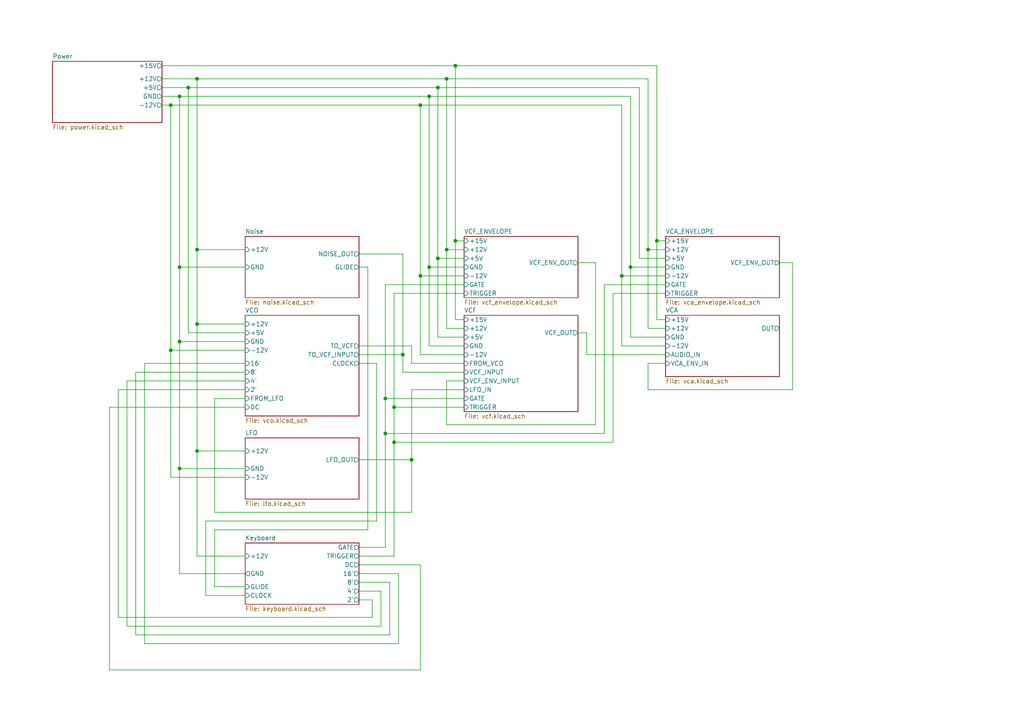
<source format=kicad_sch>
(kicad_sch
	(version 20250114)
	(generator "eeschema")
	(generator_version "9.0")
	(uuid "3c53febc-5769-4c45-8f8f-0aba2c04e944")
	(paper "A4")
	(lib_symbols)
	(junction
		(at 124.46 27.94)
		(diameter 0)
		(color 0 0 0 0)
		(uuid "0027238a-e3cf-49c3-9323-095274dfe435")
	)
	(junction
		(at 132.08 19.05)
		(diameter 0)
		(color 0 0 0 0)
		(uuid "0d8a93ef-425f-47ce-8bd7-f4ec2d3f8afa")
	)
	(junction
		(at 121.92 80.01)
		(diameter 0)
		(color 0 0 0 0)
		(uuid "12344843-41fb-40af-8798-25d80ea4b025")
	)
	(junction
		(at 127 25.4)
		(diameter 0)
		(color 0 0 0 0)
		(uuid "13ad9827-bc0e-4d02-81e1-c546aa6f9766")
	)
	(junction
		(at 127 74.93)
		(diameter 0)
		(color 0 0 0 0)
		(uuid "1cf3eb77-949e-498d-b177-0e17a206e418")
	)
	(junction
		(at 111.76 125.73)
		(diameter 0)
		(color 0 0 0 0)
		(uuid "1f0c136e-13f1-4700-ab1a-f02fedf7320f")
	)
	(junction
		(at 129.54 22.86)
		(diameter 0)
		(color 0 0 0 0)
		(uuid "20a97adc-2dc6-4152-a873-1587d443964d")
	)
	(junction
		(at 124.46 77.47)
		(diameter 0)
		(color 0 0 0 0)
		(uuid "26276ae0-cc0c-4d9e-9c7e-100ba1fa0fcf")
	)
	(junction
		(at 111.76 115.57)
		(diameter 0)
		(color 0 0 0 0)
		(uuid "3448594d-2137-4e5d-93ab-766d688d0145")
	)
	(junction
		(at 180.34 80.01)
		(diameter 0)
		(color 0 0 0 0)
		(uuid "3c5b07b2-111f-477b-a8df-e9be3583db39")
	)
	(junction
		(at 116.84 102.87)
		(diameter 0)
		(color 0 0 0 0)
		(uuid "48a80f0d-32e1-4ac0-a683-74cdfee49a2f")
	)
	(junction
		(at 54.61 25.4)
		(diameter 0)
		(color 0 0 0 0)
		(uuid "4eb1215f-c4cf-4e88-bbfc-c15b8270c210")
	)
	(junction
		(at 49.53 30.48)
		(diameter 0)
		(color 0 0 0 0)
		(uuid "577247fb-031f-4339-9efd-d9ce92bdc980")
	)
	(junction
		(at 49.53 101.6)
		(diameter 0)
		(color 0 0 0 0)
		(uuid "59c18ab1-9992-47b3-848b-1649d35afd8d")
	)
	(junction
		(at 52.07 135.89)
		(diameter 0)
		(color 0 0 0 0)
		(uuid "63fcb369-91e1-4680-bedc-54902b38a546")
	)
	(junction
		(at 57.15 72.39)
		(diameter 0)
		(color 0 0 0 0)
		(uuid "6d9117c0-395d-4531-a9c1-7b5e306bd064")
	)
	(junction
		(at 121.92 30.48)
		(diameter 0)
		(color 0 0 0 0)
		(uuid "6e6f450d-6ecb-4599-acb9-73351b396f00")
	)
	(junction
		(at 57.15 130.81)
		(diameter 0)
		(color 0 0 0 0)
		(uuid "74717c43-44a7-4772-acb6-047c34ce3a37")
	)
	(junction
		(at 114.3 118.11)
		(diameter 0)
		(color 0 0 0 0)
		(uuid "774dca99-b817-48c3-ac65-a2be3f178075")
	)
	(junction
		(at 187.96 72.39)
		(diameter 0)
		(color 0 0 0 0)
		(uuid "7980de5b-c2cf-4712-817e-6cf4922c070a")
	)
	(junction
		(at 52.07 99.06)
		(diameter 0)
		(color 0 0 0 0)
		(uuid "7cfdbe12-3872-4b42-a586-96550c14b574")
	)
	(junction
		(at 129.54 72.39)
		(diameter 0)
		(color 0 0 0 0)
		(uuid "87f26e1e-c2ad-4acf-80d9-2d4eb75fd04e")
	)
	(junction
		(at 52.07 77.47)
		(diameter 0)
		(color 0 0 0 0)
		(uuid "89972c6a-7c6d-464a-9d90-1d22147e0dea")
	)
	(junction
		(at 119.38 133.35)
		(diameter 0)
		(color 0 0 0 0)
		(uuid "92cdfe02-e41f-46f3-9548-cf67ede4b0fe")
	)
	(junction
		(at 132.08 69.85)
		(diameter 0)
		(color 0 0 0 0)
		(uuid "92f605c1-d284-4849-908f-bfe9771319ba")
	)
	(junction
		(at 57.15 93.98)
		(diameter 0)
		(color 0 0 0 0)
		(uuid "976fb869-3406-49f7-86af-162184d1407a")
	)
	(junction
		(at 52.07 27.94)
		(diameter 0)
		(color 0 0 0 0)
		(uuid "9aa64b6a-9255-41c7-bd03-9c496fca17a3")
	)
	(junction
		(at 190.5 69.85)
		(diameter 0)
		(color 0 0 0 0)
		(uuid "d947d6e2-ccd7-4b96-8804-22fb84d9eb8e")
	)
	(junction
		(at 57.15 22.86)
		(diameter 0)
		(color 0 0 0 0)
		(uuid "f0cc84e9-329f-4597-bbb0-949cf980c844")
	)
	(junction
		(at 114.3 128.27)
		(diameter 0)
		(color 0 0 0 0)
		(uuid "f29f6d5e-50f5-4526-a379-31df53003117")
	)
	(junction
		(at 182.88 77.47)
		(diameter 0)
		(color 0 0 0 0)
		(uuid "fbda36e3-265c-4822-ad9b-c93d2e967b7f")
	)
	(wire
		(pts
			(xy 57.15 22.86) (xy 57.15 72.39)
		)
		(stroke
			(width 0)
			(type default)
		)
		(uuid "029a2c40-1c9f-4c51-9532-e91ecb3e9719")
	)
	(wire
		(pts
			(xy 134.62 100.33) (xy 124.46 100.33)
		)
		(stroke
			(width 0)
			(type default)
		)
		(uuid "03012308-e8cf-4070-bb29-57dd853cb1e9")
	)
	(wire
		(pts
			(xy 185.42 74.93) (xy 185.42 25.4)
		)
		(stroke
			(width 0)
			(type default)
		)
		(uuid "04a3b2c8-fb40-4a3c-b1ad-92c3c3846cf1")
	)
	(wire
		(pts
			(xy 34.29 179.07) (xy 107.95 179.07)
		)
		(stroke
			(width 0)
			(type default)
		)
		(uuid "0540f921-e5d0-42a1-8ddf-ef86e9a8690a")
	)
	(wire
		(pts
			(xy 114.3 128.27) (xy 114.3 161.29)
		)
		(stroke
			(width 0)
			(type default)
		)
		(uuid "0707657f-32eb-4659-a909-fed4ce94be9c")
	)
	(wire
		(pts
			(xy 193.04 77.47) (xy 182.88 77.47)
		)
		(stroke
			(width 0)
			(type default)
		)
		(uuid "071cf79e-5c18-4b4b-b7f7-b2efaeea6cd7")
	)
	(wire
		(pts
			(xy 226.06 76.2) (xy 229.87 76.2)
		)
		(stroke
			(width 0)
			(type default)
		)
		(uuid "0863a91b-7ba2-4137-871f-d5ec86ee7227")
	)
	(wire
		(pts
			(xy 31.75 194.31) (xy 31.75 118.11)
		)
		(stroke
			(width 0)
			(type default)
		)
		(uuid "0c6b9ff1-702a-4f56-b940-5e8cb5c6c134")
	)
	(wire
		(pts
			(xy 132.08 92.71) (xy 132.08 69.85)
		)
		(stroke
			(width 0)
			(type default)
		)
		(uuid "0ef5c1a1-714c-4202-aa8c-230c930f260c")
	)
	(wire
		(pts
			(xy 132.08 19.05) (xy 46.99 19.05)
		)
		(stroke
			(width 0)
			(type default)
		)
		(uuid "0fbd1c19-9059-425a-ba4f-17a73d9bd736")
	)
	(wire
		(pts
			(xy 190.5 69.85) (xy 190.5 19.05)
		)
		(stroke
			(width 0)
			(type default)
		)
		(uuid "0fcb8972-96bd-4113-a80a-5a90a7499019")
	)
	(wire
		(pts
			(xy 119.38 105.41) (xy 119.38 100.33)
		)
		(stroke
			(width 0)
			(type default)
		)
		(uuid "11ef6dc6-267c-45f2-a6a6-8f7eed2625ae")
	)
	(wire
		(pts
			(xy 57.15 93.98) (xy 57.15 130.81)
		)
		(stroke
			(width 0)
			(type default)
		)
		(uuid "1640eff5-d338-4d82-821a-a47de02acacc")
	)
	(wire
		(pts
			(xy 190.5 19.05) (xy 132.08 19.05)
		)
		(stroke
			(width 0)
			(type default)
		)
		(uuid "174dd213-badd-4abc-90ca-451f8f9edca5")
	)
	(wire
		(pts
			(xy 134.62 102.87) (xy 121.92 102.87)
		)
		(stroke
			(width 0)
			(type default)
		)
		(uuid "18edc635-93b5-4781-81a3-1d7485c2d363")
	)
	(wire
		(pts
			(xy 115.57 166.37) (xy 115.57 186.69)
		)
		(stroke
			(width 0)
			(type default)
		)
		(uuid "1a8a2350-e323-4a0d-864f-b89e22bc2d72")
	)
	(wire
		(pts
			(xy 104.14 73.66) (xy 116.84 73.66)
		)
		(stroke
			(width 0)
			(type default)
		)
		(uuid "1bdc6958-954a-4193-b5c0-802f508c7de3")
	)
	(wire
		(pts
			(xy 113.03 184.15) (xy 113.03 168.91)
		)
		(stroke
			(width 0)
			(type default)
		)
		(uuid "1d653b03-4bd3-4b9d-89eb-0ad4b28d7cb9")
	)
	(wire
		(pts
			(xy 119.38 105.41) (xy 134.62 105.41)
		)
		(stroke
			(width 0)
			(type default)
		)
		(uuid "1dea60c2-205b-4839-aa84-c224d6bf3c5c")
	)
	(wire
		(pts
			(xy 52.07 27.94) (xy 52.07 77.47)
		)
		(stroke
			(width 0)
			(type default)
		)
		(uuid "2061ceb6-fdec-43fc-9be3-9983f41f7142")
	)
	(wire
		(pts
			(xy 170.18 96.52) (xy 170.18 102.87)
		)
		(stroke
			(width 0)
			(type default)
		)
		(uuid "2268efb8-dbbb-41c8-b11f-5c4f92389a9c")
	)
	(wire
		(pts
			(xy 62.23 148.59) (xy 119.38 148.59)
		)
		(stroke
			(width 0)
			(type default)
		)
		(uuid "24b18692-8c8a-4e1b-8e56-9b37bf6030cc")
	)
	(wire
		(pts
			(xy 182.88 97.79) (xy 182.88 77.47)
		)
		(stroke
			(width 0)
			(type default)
		)
		(uuid "2520717f-fac6-4063-8d21-1d36bf3c225e")
	)
	(wire
		(pts
			(xy 71.12 99.06) (xy 52.07 99.06)
		)
		(stroke
			(width 0)
			(type default)
		)
		(uuid "254642e7-ab40-452d-8358-8bc3c755afc7")
	)
	(wire
		(pts
			(xy 52.07 27.94) (xy 46.99 27.94)
		)
		(stroke
			(width 0)
			(type default)
		)
		(uuid "270d9ae6-0bca-43f3-9482-207446498512")
	)
	(wire
		(pts
			(xy 104.14 105.41) (xy 109.22 105.41)
		)
		(stroke
			(width 0)
			(type default)
		)
		(uuid "2d49a060-c7e9-4234-bfef-e70f0d331b31")
	)
	(wire
		(pts
			(xy 57.15 93.98) (xy 71.12 93.98)
		)
		(stroke
			(width 0)
			(type default)
		)
		(uuid "2e3c4c2c-f695-48af-8844-b2de94f0d2c1")
	)
	(wire
		(pts
			(xy 52.07 77.47) (xy 52.07 99.06)
		)
		(stroke
			(width 0)
			(type default)
		)
		(uuid "3029a9f7-8512-459a-8de1-fc809e942c38")
	)
	(wire
		(pts
			(xy 124.46 100.33) (xy 124.46 77.47)
		)
		(stroke
			(width 0)
			(type default)
		)
		(uuid "311fe7c9-8469-45b1-a721-7a29e0878842")
	)
	(wire
		(pts
			(xy 57.15 72.39) (xy 71.12 72.39)
		)
		(stroke
			(width 0)
			(type default)
		)
		(uuid "3197cb1d-7f34-4fc9-9b32-d68c42f92b8c")
	)
	(wire
		(pts
			(xy 121.92 194.31) (xy 31.75 194.31)
		)
		(stroke
			(width 0)
			(type default)
		)
		(uuid "34520348-7908-4d93-9aff-51dabac63b37")
	)
	(wire
		(pts
			(xy 167.64 76.2) (xy 172.72 76.2)
		)
		(stroke
			(width 0)
			(type default)
		)
		(uuid "38e4a8fd-bee7-4d53-8056-05b6ee8bc07f")
	)
	(wire
		(pts
			(xy 110.49 171.45) (xy 110.49 181.61)
		)
		(stroke
			(width 0)
			(type default)
		)
		(uuid "3d47a770-0122-4cdc-95cc-4d4590aab9b0")
	)
	(wire
		(pts
			(xy 134.62 72.39) (xy 129.54 72.39)
		)
		(stroke
			(width 0)
			(type default)
		)
		(uuid "3eedb32c-0107-44e9-9ded-ed6b0414bf53")
	)
	(wire
		(pts
			(xy 41.91 105.41) (xy 71.12 105.41)
		)
		(stroke
			(width 0)
			(type default)
		)
		(uuid "3f2fb304-4506-4157-ad83-968504736aab")
	)
	(wire
		(pts
			(xy 116.84 107.95) (xy 134.62 107.95)
		)
		(stroke
			(width 0)
			(type default)
		)
		(uuid "42e5c065-d473-4eba-9e90-d8d4a2d6b452")
	)
	(wire
		(pts
			(xy 134.62 115.57) (xy 111.76 115.57)
		)
		(stroke
			(width 0)
			(type default)
		)
		(uuid "43f4a72b-9e3a-45b9-933d-d2ad8c93f00f")
	)
	(wire
		(pts
			(xy 49.53 101.6) (xy 71.12 101.6)
		)
		(stroke
			(width 0)
			(type default)
		)
		(uuid "4455d33e-24cd-403f-8c3b-3d37e683938b")
	)
	(wire
		(pts
			(xy 34.29 113.03) (xy 34.29 179.07)
		)
		(stroke
			(width 0)
			(type default)
		)
		(uuid "44f51b42-b225-4c6f-b49e-43981757ded5")
	)
	(wire
		(pts
			(xy 59.69 151.13) (xy 59.69 172.72)
		)
		(stroke
			(width 0)
			(type default)
		)
		(uuid "45de1e44-8ed9-4220-bbb2-043da90fd96e")
	)
	(wire
		(pts
			(xy 177.8 85.09) (xy 177.8 128.27)
		)
		(stroke
			(width 0)
			(type default)
		)
		(uuid "4779686f-daef-44b6-8417-720f079d93b5")
	)
	(wire
		(pts
			(xy 104.14 171.45) (xy 110.49 171.45)
		)
		(stroke
			(width 0)
			(type default)
		)
		(uuid "492c1723-de3a-4d08-b275-549cc2036994")
	)
	(wire
		(pts
			(xy 116.84 107.95) (xy 116.84 102.87)
		)
		(stroke
			(width 0)
			(type default)
		)
		(uuid "4da714d4-f97c-477d-ab67-be727231ac7d")
	)
	(wire
		(pts
			(xy 36.83 181.61) (xy 36.83 110.49)
		)
		(stroke
			(width 0)
			(type default)
		)
		(uuid "4de0f374-4db3-4915-8755-665ac1359362")
	)
	(wire
		(pts
			(xy 104.14 102.87) (xy 116.84 102.87)
		)
		(stroke
			(width 0)
			(type default)
		)
		(uuid "4eeb5cc6-d5f6-41c8-97e1-6af58bde64b0")
	)
	(wire
		(pts
			(xy 134.62 69.85) (xy 132.08 69.85)
		)
		(stroke
			(width 0)
			(type default)
		)
		(uuid "516f3ea0-2935-4be4-896d-292d80b47c42")
	)
	(wire
		(pts
			(xy 57.15 72.39) (xy 57.15 93.98)
		)
		(stroke
			(width 0)
			(type default)
		)
		(uuid "5195a334-fffe-449c-9cd3-8cb74289e955")
	)
	(wire
		(pts
			(xy 193.04 100.33) (xy 180.34 100.33)
		)
		(stroke
			(width 0)
			(type default)
		)
		(uuid "52179f5d-b157-4f0d-bb21-eb2373302ecd")
	)
	(wire
		(pts
			(xy 187.96 72.39) (xy 187.96 22.86)
		)
		(stroke
			(width 0)
			(type default)
		)
		(uuid "539dac3f-ecfe-4da7-9ce2-6f3a11a1f03c")
	)
	(wire
		(pts
			(xy 119.38 113.03) (xy 119.38 133.35)
		)
		(stroke
			(width 0)
			(type default)
		)
		(uuid "5536356e-e6cb-4761-bf6c-b21db837d55e")
	)
	(wire
		(pts
			(xy 104.14 163.83) (xy 121.92 163.83)
		)
		(stroke
			(width 0)
			(type default)
		)
		(uuid "555b8651-3149-40f7-8923-82adb38fde4e")
	)
	(wire
		(pts
			(xy 111.76 125.73) (xy 175.26 125.73)
		)
		(stroke
			(width 0)
			(type default)
		)
		(uuid "5736dcff-4d32-43cc-9cbe-1852c087486d")
	)
	(wire
		(pts
			(xy 116.84 73.66) (xy 116.84 102.87)
		)
		(stroke
			(width 0)
			(type default)
		)
		(uuid "574dbbaf-47cc-49d0-acf6-d1afdd4ce668")
	)
	(wire
		(pts
			(xy 129.54 123.19) (xy 129.54 110.49)
		)
		(stroke
			(width 0)
			(type default)
		)
		(uuid "5833a2df-68e9-43eb-b34b-8949fc440dd7")
	)
	(wire
		(pts
			(xy 119.38 100.33) (xy 104.14 100.33)
		)
		(stroke
			(width 0)
			(type default)
		)
		(uuid "5b458dcd-f16d-45e3-a4ce-146c9e4b3aaa")
	)
	(wire
		(pts
			(xy 106.68 77.47) (xy 106.68 153.67)
		)
		(stroke
			(width 0)
			(type default)
		)
		(uuid "5bc76b4c-a30e-4d71-ae5e-eb8b35a29fb3")
	)
	(wire
		(pts
			(xy 134.62 92.71) (xy 132.08 92.71)
		)
		(stroke
			(width 0)
			(type default)
		)
		(uuid "5dc81470-24e1-4eed-8e2a-dea82098de39")
	)
	(wire
		(pts
			(xy 193.04 74.93) (xy 185.42 74.93)
		)
		(stroke
			(width 0)
			(type default)
		)
		(uuid "609a3d99-6c7c-49c5-8dca-3704f60e7bc5")
	)
	(wire
		(pts
			(xy 41.91 186.69) (xy 41.91 105.41)
		)
		(stroke
			(width 0)
			(type default)
		)
		(uuid "60f27d9f-371f-46d8-80c9-210248aa945a")
	)
	(wire
		(pts
			(xy 71.12 77.47) (xy 52.07 77.47)
		)
		(stroke
			(width 0)
			(type default)
		)
		(uuid "6458d268-f51e-4aa1-8073-da1ac0cef672")
	)
	(wire
		(pts
			(xy 111.76 158.75) (xy 111.76 125.73)
		)
		(stroke
			(width 0)
			(type default)
		)
		(uuid "68a47a7f-f178-46ae-849b-78087d73d24a")
	)
	(wire
		(pts
			(xy 193.04 97.79) (xy 182.88 97.79)
		)
		(stroke
			(width 0)
			(type default)
		)
		(uuid "68cd609f-bc7a-4d50-85fc-b8fb3a7e5d6f")
	)
	(wire
		(pts
			(xy 134.62 77.47) (xy 124.46 77.47)
		)
		(stroke
			(width 0)
			(type default)
		)
		(uuid "69429c8a-6b96-43f6-bce2-79d97c2b03f3")
	)
	(wire
		(pts
			(xy 134.62 80.01) (xy 121.92 80.01)
		)
		(stroke
			(width 0)
			(type default)
		)
		(uuid "6a0977e9-b977-478d-bca7-463a3d7b26cd")
	)
	(wire
		(pts
			(xy 134.62 74.93) (xy 127 74.93)
		)
		(stroke
			(width 0)
			(type default)
		)
		(uuid "6e2c6a16-63fe-4f23-b886-3d2e74bbcee7")
	)
	(wire
		(pts
			(xy 31.75 118.11) (xy 71.12 118.11)
		)
		(stroke
			(width 0)
			(type default)
		)
		(uuid "6f76b5aa-e5fa-41e1-b619-c8c83cd0f435")
	)
	(wire
		(pts
			(xy 49.53 101.6) (xy 49.53 138.43)
		)
		(stroke
			(width 0)
			(type default)
		)
		(uuid "6fd1da95-4e67-4b52-81c2-780c2d883702")
	)
	(wire
		(pts
			(xy 114.3 85.09) (xy 114.3 118.11)
		)
		(stroke
			(width 0)
			(type default)
		)
		(uuid "739c32eb-82ca-464f-bb40-686e5e78ef72")
	)
	(wire
		(pts
			(xy 172.72 123.19) (xy 129.54 123.19)
		)
		(stroke
			(width 0)
			(type default)
		)
		(uuid "77ab4f3b-b24c-4e1e-827e-e5e7b18d5d23")
	)
	(wire
		(pts
			(xy 107.95 173.99) (xy 104.14 173.99)
		)
		(stroke
			(width 0)
			(type default)
		)
		(uuid "782e10a6-d80f-4fa9-98ad-d7a8ddd0b2fc")
	)
	(wire
		(pts
			(xy 107.95 179.07) (xy 107.95 173.99)
		)
		(stroke
			(width 0)
			(type default)
		)
		(uuid "78be1fdf-4153-45e1-9bd5-b0b57b117a8a")
	)
	(wire
		(pts
			(xy 193.04 92.71) (xy 190.5 92.71)
		)
		(stroke
			(width 0)
			(type default)
		)
		(uuid "79d71500-5083-4957-a794-1e92fbea00c0")
	)
	(wire
		(pts
			(xy 193.04 80.01) (xy 180.34 80.01)
		)
		(stroke
			(width 0)
			(type default)
		)
		(uuid "7ff008b9-70bb-40e2-96da-7862a989e545")
	)
	(wire
		(pts
			(xy 62.23 170.18) (xy 62.23 153.67)
		)
		(stroke
			(width 0)
			(type default)
		)
		(uuid "810a86ef-c693-4323-b121-afdca70c4086")
	)
	(wire
		(pts
			(xy 39.37 107.95) (xy 39.37 184.15)
		)
		(stroke
			(width 0)
			(type default)
		)
		(uuid "83053f6f-0ff8-4445-8a9a-7d49cb4b8a1b")
	)
	(wire
		(pts
			(xy 71.12 113.03) (xy 34.29 113.03)
		)
		(stroke
			(width 0)
			(type default)
		)
		(uuid "840dd723-7218-4ce0-83af-91ea810ef1d7")
	)
	(wire
		(pts
			(xy 57.15 161.29) (xy 57.15 130.81)
		)
		(stroke
			(width 0)
			(type default)
		)
		(uuid "85d880d1-9fbc-45cd-b5f0-921957a07bfe")
	)
	(wire
		(pts
			(xy 39.37 184.15) (xy 113.03 184.15)
		)
		(stroke
			(width 0)
			(type default)
		)
		(uuid "86d2497a-64b8-4fad-8146-27eadc9ff370")
	)
	(wire
		(pts
			(xy 167.64 96.52) (xy 170.18 96.52)
		)
		(stroke
			(width 0)
			(type default)
		)
		(uuid "874de508-e96c-4298-9ac5-3daf306bc8c9")
	)
	(wire
		(pts
			(xy 71.12 166.37) (xy 52.07 166.37)
		)
		(stroke
			(width 0)
			(type default)
		)
		(uuid "8962bbe6-c09f-4671-af16-6011a900917b")
	)
	(wire
		(pts
			(xy 129.54 22.86) (xy 57.15 22.86)
		)
		(stroke
			(width 0)
			(type default)
		)
		(uuid "8d2c939d-421d-45b6-ae12-9ce4e0af548b")
	)
	(wire
		(pts
			(xy 104.14 158.75) (xy 111.76 158.75)
		)
		(stroke
			(width 0)
			(type default)
		)
		(uuid "8dd5f222-d08c-48cd-a7d1-8678cd861c76")
	)
	(wire
		(pts
			(xy 71.12 130.81) (xy 57.15 130.81)
		)
		(stroke
			(width 0)
			(type default)
		)
		(uuid "8e3752b2-87a9-437c-b070-5190c4d5b8bd")
	)
	(wire
		(pts
			(xy 114.3 118.11) (xy 114.3 128.27)
		)
		(stroke
			(width 0)
			(type default)
		)
		(uuid "8f19c1be-fea3-47f4-8b0c-170f9d03578a")
	)
	(wire
		(pts
			(xy 62.23 115.57) (xy 62.23 148.59)
		)
		(stroke
			(width 0)
			(type default)
		)
		(uuid "8fab30e9-4ff1-4bec-aa06-a173183b606e")
	)
	(wire
		(pts
			(xy 54.61 25.4) (xy 46.99 25.4)
		)
		(stroke
			(width 0)
			(type default)
		)
		(uuid "91934e6e-8892-4297-a4dc-644352932064")
	)
	(wire
		(pts
			(xy 104.14 133.35) (xy 119.38 133.35)
		)
		(stroke
			(width 0)
			(type default)
		)
		(uuid "944aa7e3-2737-493f-810c-d87e135d3d52")
	)
	(wire
		(pts
			(xy 54.61 96.52) (xy 54.61 25.4)
		)
		(stroke
			(width 0)
			(type default)
		)
		(uuid "94fd77f4-3c82-4099-8be1-759ed4c9ff89")
	)
	(wire
		(pts
			(xy 59.69 172.72) (xy 71.12 172.72)
		)
		(stroke
			(width 0)
			(type default)
		)
		(uuid "965c916a-b280-43bc-bc36-b241bc6d9cc6")
	)
	(wire
		(pts
			(xy 172.72 76.2) (xy 172.72 123.19)
		)
		(stroke
			(width 0)
			(type default)
		)
		(uuid "967a76bd-d676-4386-b9f3-5e1428d00239")
	)
	(wire
		(pts
			(xy 71.12 115.57) (xy 62.23 115.57)
		)
		(stroke
			(width 0)
			(type default)
		)
		(uuid "971edb10-9d6c-4b7d-8a41-903b0a491532")
	)
	(wire
		(pts
			(xy 193.04 82.55) (xy 175.26 82.55)
		)
		(stroke
			(width 0)
			(type default)
		)
		(uuid "98999407-5875-4279-8cde-7eb44b8c3111")
	)
	(wire
		(pts
			(xy 193.04 85.09) (xy 177.8 85.09)
		)
		(stroke
			(width 0)
			(type default)
		)
		(uuid "99a714b3-02cd-406a-a583-020ab9697714")
	)
	(wire
		(pts
			(xy 119.38 148.59) (xy 119.38 133.35)
		)
		(stroke
			(width 0)
			(type default)
		)
		(uuid "9acf21de-2b22-4904-a1ed-5f775a869574")
	)
	(wire
		(pts
			(xy 52.07 166.37) (xy 52.07 135.89)
		)
		(stroke
			(width 0)
			(type default)
		)
		(uuid "9b984838-8440-48d5-bfbe-e89b4f1b98f5")
	)
	(wire
		(pts
			(xy 132.08 69.85) (xy 132.08 19.05)
		)
		(stroke
			(width 0)
			(type default)
		)
		(uuid "9c22c819-fca5-4669-808e-48f473e393fc")
	)
	(wire
		(pts
			(xy 115.57 186.69) (xy 41.91 186.69)
		)
		(stroke
			(width 0)
			(type default)
		)
		(uuid "9c3a8fd9-e838-40f0-a370-e6d9c22c3b12")
	)
	(wire
		(pts
			(xy 71.12 161.29) (xy 57.15 161.29)
		)
		(stroke
			(width 0)
			(type default)
		)
		(uuid "9e0c7c28-42b2-4b34-ae74-5db8446d1894")
	)
	(wire
		(pts
			(xy 36.83 110.49) (xy 71.12 110.49)
		)
		(stroke
			(width 0)
			(type default)
		)
		(uuid "a0daac3c-9d22-4c02-8893-e49b5931b14f")
	)
	(wire
		(pts
			(xy 71.12 96.52) (xy 54.61 96.52)
		)
		(stroke
			(width 0)
			(type default)
		)
		(uuid "a205f5a1-5376-4754-b45c-982433475812")
	)
	(wire
		(pts
			(xy 121.92 163.83) (xy 121.92 194.31)
		)
		(stroke
			(width 0)
			(type default)
		)
		(uuid "a39b42c8-e1e8-4f6f-a1f0-77727c13ce3b")
	)
	(wire
		(pts
			(xy 129.54 110.49) (xy 134.62 110.49)
		)
		(stroke
			(width 0)
			(type default)
		)
		(uuid "a471bd6a-afde-48a0-bee9-9813e3a29447")
	)
	(wire
		(pts
			(xy 113.03 168.91) (xy 104.14 168.91)
		)
		(stroke
			(width 0)
			(type default)
		)
		(uuid "a5956a86-a948-4702-b2e5-9a81ffc7bcc8")
	)
	(wire
		(pts
			(xy 104.14 161.29) (xy 114.3 161.29)
		)
		(stroke
			(width 0)
			(type default)
		)
		(uuid "aaf7d0c7-1578-4949-a55e-01f3bd0ec6a9")
	)
	(wire
		(pts
			(xy 49.53 30.48) (xy 49.53 101.6)
		)
		(stroke
			(width 0)
			(type default)
		)
		(uuid "ae5d6787-b38f-478d-9a27-06400f90262a")
	)
	(wire
		(pts
			(xy 71.12 135.89) (xy 52.07 135.89)
		)
		(stroke
			(width 0)
			(type default)
		)
		(uuid "b1241443-8257-4a19-b692-7b929025334c")
	)
	(wire
		(pts
			(xy 193.04 95.25) (xy 187.96 95.25)
		)
		(stroke
			(width 0)
			(type default)
		)
		(uuid "b1a5f328-6c73-4b7e-984f-96a5462bb328")
	)
	(wire
		(pts
			(xy 114.3 85.09) (xy 134.62 85.09)
		)
		(stroke
			(width 0)
			(type default)
		)
		(uuid "b23a9c01-2082-4994-aab9-403e2cb349ce")
	)
	(wire
		(pts
			(xy 129.54 95.25) (xy 129.54 72.39)
		)
		(stroke
			(width 0)
			(type default)
		)
		(uuid "b2bd7027-34b5-463b-bdb9-ca5f23594f94")
	)
	(wire
		(pts
			(xy 187.96 95.25) (xy 187.96 72.39)
		)
		(stroke
			(width 0)
			(type default)
		)
		(uuid "b49eac1c-3ba8-4100-8b55-15384c9fddba")
	)
	(wire
		(pts
			(xy 49.53 30.48) (xy 46.99 30.48)
		)
		(stroke
			(width 0)
			(type default)
		)
		(uuid "b5c338d3-3141-4c41-9d4b-1d0711925663")
	)
	(wire
		(pts
			(xy 229.87 76.2) (xy 229.87 113.03)
		)
		(stroke
			(width 0)
			(type default)
		)
		(uuid "b86a151e-351d-4610-83e1-0c1ab542bcbe")
	)
	(wire
		(pts
			(xy 127 97.79) (xy 127 74.93)
		)
		(stroke
			(width 0)
			(type default)
		)
		(uuid "b8f7eb2e-486a-420b-ac87-4f40e1797919")
	)
	(wire
		(pts
			(xy 109.22 151.13) (xy 59.69 151.13)
		)
		(stroke
			(width 0)
			(type default)
		)
		(uuid "b9bb97e1-f4d0-429c-b2d6-98b3c2aec12e")
	)
	(wire
		(pts
			(xy 229.87 113.03) (xy 187.96 113.03)
		)
		(stroke
			(width 0)
			(type default)
		)
		(uuid "b9c747f9-f836-4a6e-98c6-debf936c376a")
	)
	(wire
		(pts
			(xy 127 25.4) (xy 54.61 25.4)
		)
		(stroke
			(width 0)
			(type default)
		)
		(uuid "ba73ab6b-42fe-4f92-97ec-d899dc26aec9")
	)
	(wire
		(pts
			(xy 110.49 181.61) (xy 36.83 181.61)
		)
		(stroke
			(width 0)
			(type default)
		)
		(uuid "bb24d72b-a904-4a18-a4ad-7012dc487865")
	)
	(wire
		(pts
			(xy 185.42 25.4) (xy 127 25.4)
		)
		(stroke
			(width 0)
			(type default)
		)
		(uuid "bb623af7-baca-4d22-8bce-ceb78cd0cb3a")
	)
	(wire
		(pts
			(xy 175.26 82.55) (xy 175.26 125.73)
		)
		(stroke
			(width 0)
			(type default)
		)
		(uuid "bc39baba-0b81-42e4-b758-f625ec465bfc")
	)
	(wire
		(pts
			(xy 104.14 166.37) (xy 115.57 166.37)
		)
		(stroke
			(width 0)
			(type default)
		)
		(uuid "be6022f2-28e6-425e-905e-02557c1beaf3")
	)
	(wire
		(pts
			(xy 177.8 128.27) (xy 114.3 128.27)
		)
		(stroke
			(width 0)
			(type default)
		)
		(uuid "c0c6392c-f104-4e80-90d1-892673dc2fbc")
	)
	(wire
		(pts
			(xy 134.62 118.11) (xy 114.3 118.11)
		)
		(stroke
			(width 0)
			(type default)
		)
		(uuid "c0f05ab8-be8f-4f46-8568-c01ee899d1cf")
	)
	(wire
		(pts
			(xy 71.12 107.95) (xy 39.37 107.95)
		)
		(stroke
			(width 0)
			(type default)
		)
		(uuid "c25bf38e-0b34-4791-95ce-004845930391")
	)
	(wire
		(pts
			(xy 129.54 72.39) (xy 129.54 22.86)
		)
		(stroke
			(width 0)
			(type default)
		)
		(uuid "c352472b-c037-46fe-80f1-b0bace7a181b")
	)
	(wire
		(pts
			(xy 187.96 113.03) (xy 187.96 105.41)
		)
		(stroke
			(width 0)
			(type default)
		)
		(uuid "c56ef523-221a-4bc6-ba45-c8bc5870fd73")
	)
	(wire
		(pts
			(xy 121.92 102.87) (xy 121.92 80.01)
		)
		(stroke
			(width 0)
			(type default)
		)
		(uuid "c5c682f0-558e-4c41-b1fb-739ed905003f")
	)
	(wire
		(pts
			(xy 121.92 80.01) (xy 121.92 30.48)
		)
		(stroke
			(width 0)
			(type default)
		)
		(uuid "c6b901ea-97b6-4d66-b1ff-ec8cf6fa0be0")
	)
	(wire
		(pts
			(xy 187.96 22.86) (xy 129.54 22.86)
		)
		(stroke
			(width 0)
			(type default)
		)
		(uuid "c7b49673-a4cf-4436-b419-d8982162938d")
	)
	(wire
		(pts
			(xy 187.96 105.41) (xy 193.04 105.41)
		)
		(stroke
			(width 0)
			(type default)
		)
		(uuid "c84b3705-6188-410b-92dd-3097700f58ba")
	)
	(wire
		(pts
			(xy 111.76 115.57) (xy 111.76 125.73)
		)
		(stroke
			(width 0)
			(type default)
		)
		(uuid "c95c1d15-d88a-454b-a776-03439fd9bd81")
	)
	(wire
		(pts
			(xy 182.88 27.94) (xy 124.46 27.94)
		)
		(stroke
			(width 0)
			(type default)
		)
		(uuid "c9628a62-cdf9-40e5-b0a9-11e849832b5c")
	)
	(wire
		(pts
			(xy 124.46 27.94) (xy 124.46 77.47)
		)
		(stroke
			(width 0)
			(type default)
		)
		(uuid "c9d9969f-3654-46f8-97a5-65f22745976a")
	)
	(wire
		(pts
			(xy 180.34 30.48) (xy 121.92 30.48)
		)
		(stroke
			(width 0)
			(type default)
		)
		(uuid "c9dd1848-74a7-4896-b69b-8a29eb70c76e")
	)
	(wire
		(pts
			(xy 127 74.93) (xy 127 25.4)
		)
		(stroke
			(width 0)
			(type default)
		)
		(uuid "ca775482-fa13-4f77-b210-8b69c06ff3b5")
	)
	(wire
		(pts
			(xy 111.76 82.55) (xy 111.76 115.57)
		)
		(stroke
			(width 0)
			(type default)
		)
		(uuid "cdf8fa19-a82f-4eb9-ace6-52e19a37a5e3")
	)
	(wire
		(pts
			(xy 109.22 105.41) (xy 109.22 151.13)
		)
		(stroke
			(width 0)
			(type default)
		)
		(uuid "d3d57614-59ec-447c-9a0e-1f71809cae5b")
	)
	(wire
		(pts
			(xy 134.62 113.03) (xy 119.38 113.03)
		)
		(stroke
			(width 0)
			(type default)
		)
		(uuid "d507ae12-6a17-4ee3-b446-5b925f71b63f")
	)
	(wire
		(pts
			(xy 170.18 102.87) (xy 193.04 102.87)
		)
		(stroke
			(width 0)
			(type default)
		)
		(uuid "d80b8a3d-cf69-4ab8-89a8-19f0850cb797")
	)
	(wire
		(pts
			(xy 71.12 170.18) (xy 62.23 170.18)
		)
		(stroke
			(width 0)
			(type default)
		)
		(uuid "d8ae03ef-845a-4f8c-ac07-28c5079537da")
	)
	(wire
		(pts
			(xy 62.23 153.67) (xy 106.68 153.67)
		)
		(stroke
			(width 0)
			(type default)
		)
		(uuid "dc08d2ac-d26b-4131-8231-afa7b1f48f48")
	)
	(wire
		(pts
			(xy 190.5 92.71) (xy 190.5 69.85)
		)
		(stroke
			(width 0)
			(type default)
		)
		(uuid "dddf44ff-5b15-43d3-b8a1-5e592b2fa7d8")
	)
	(wire
		(pts
			(xy 52.07 99.06) (xy 52.07 135.89)
		)
		(stroke
			(width 0)
			(type default)
		)
		(uuid "e18e9fe3-1f33-4533-9c18-a8ebf6e69cf2")
	)
	(wire
		(pts
			(xy 193.04 69.85) (xy 190.5 69.85)
		)
		(stroke
			(width 0)
			(type default)
		)
		(uuid "e2cb68bf-c25d-4398-830a-b491ca84ef91")
	)
	(wire
		(pts
			(xy 106.68 77.47) (xy 104.14 77.47)
		)
		(stroke
			(width 0)
			(type default)
		)
		(uuid "ee6bced0-f357-4f69-86a9-3d8e990b8ffc")
	)
	(wire
		(pts
			(xy 134.62 97.79) (xy 127 97.79)
		)
		(stroke
			(width 0)
			(type default)
		)
		(uuid "efdca37c-cf93-4e40-a03b-daf5a7156488")
	)
	(wire
		(pts
			(xy 121.92 30.48) (xy 49.53 30.48)
		)
		(stroke
			(width 0)
			(type default)
		)
		(uuid "f00ad96c-7de7-4539-99f8-c535e91a3f10")
	)
	(wire
		(pts
			(xy 111.76 82.55) (xy 134.62 82.55)
		)
		(stroke
			(width 0)
			(type default)
		)
		(uuid "f088dd9c-dd08-4411-a073-69ff34dc7bef")
	)
	(wire
		(pts
			(xy 71.12 138.43) (xy 49.53 138.43)
		)
		(stroke
			(width 0)
			(type default)
		)
		(uuid "f23485d3-dfb1-4fd5-a8b2-397e8f9ff883")
	)
	(wire
		(pts
			(xy 180.34 80.01) (xy 180.34 30.48)
		)
		(stroke
			(width 0)
			(type default)
		)
		(uuid "f5139d0b-3c29-43cb-8118-a2571468a4ed")
	)
	(wire
		(pts
			(xy 193.04 72.39) (xy 187.96 72.39)
		)
		(stroke
			(width 0)
			(type default)
		)
		(uuid "f5883f8e-b0cb-48f7-89ec-161486466b13")
	)
	(wire
		(pts
			(xy 57.15 22.86) (xy 46.99 22.86)
		)
		(stroke
			(width 0)
			(type default)
		)
		(uuid "f8f859f8-c766-4b85-a5fe-6b677f5e3143")
	)
	(wire
		(pts
			(xy 124.46 27.94) (xy 52.07 27.94)
		)
		(stroke
			(width 0)
			(type default)
		)
		(uuid "f94af7da-d357-4413-a5b1-2ff783009328")
	)
	(wire
		(pts
			(xy 180.34 100.33) (xy 180.34 80.01)
		)
		(stroke
			(width 0)
			(type default)
		)
		(uuid "f9cc1f18-f67a-42b6-9828-c2ff8841df40")
	)
	(wire
		(pts
			(xy 134.62 95.25) (xy 129.54 95.25)
		)
		(stroke
			(width 0)
			(type default)
		)
		(uuid "fd650795-99ea-4cf0-88ea-39e5405baa4a")
	)
	(wire
		(pts
			(xy 182.88 77.47) (xy 182.88 27.94)
		)
		(stroke
			(width 0)
			(type default)
		)
		(uuid "ffa8a783-f1fa-4dee-94bd-8bdb4ed6c6cb")
	)
	(sheet
		(at 134.62 68.58)
		(size 33.02 17.78)
		(exclude_from_sim no)
		(in_bom yes)
		(on_board yes)
		(dnp no)
		(fields_autoplaced yes)
		(stroke
			(width 0.1524)
			(type solid)
		)
		(fill
			(color 0 0 0 0.0000)
		)
		(uuid "0274eb93-a765-4aec-bd65-1454f6ff4ea9")
		(property "Sheetname" "VCF_ENVELOPE"
			(at 134.62 67.8684 0)
			(effects
				(font
					(size 1.27 1.27)
				)
				(justify left bottom)
			)
		)
		(property "Sheetfile" "vcf_envelope.kicad_sch"
			(at 134.62 86.9446 0)
			(effects
				(font
					(size 1.27 1.27)
				)
				(justify left top)
			)
		)
		(pin "+5V" input
			(at 134.62 74.93 180)
			(uuid "e20fadea-e4d2-4faf-bf2c-0e66beefc837")
			(effects
				(font
					(size 1.27 1.27)
				)
				(justify left)
			)
		)
		(pin "+12V" input
			(at 134.62 72.39 180)
			(uuid "c7db674c-6f51-4583-92b0-875eb60e25bf")
			(effects
				(font
					(size 1.27 1.27)
				)
				(justify left)
			)
		)
		(pin "+15V" input
			(at 134.62 69.85 180)
			(uuid "07b29988-1818-460e-b28e-1009fa4cffbd")
			(effects
				(font
					(size 1.27 1.27)
				)
				(justify left)
			)
		)
		(pin "-12V" input
			(at 134.62 80.01 180)
			(uuid "a9f13fa8-70c1-4ab8-8971-1638dadd01b5")
			(effects
				(font
					(size 1.27 1.27)
				)
				(justify left)
			)
		)
		(pin "GATE" input
			(at 134.62 82.55 180)
			(uuid "8a46c180-ae18-43af-885f-f9cd377f8454")
			(effects
				(font
					(size 1.27 1.27)
				)
				(justify left)
			)
		)
		(pin "GND" input
			(at 134.62 77.47 180)
			(uuid "02872eb8-a33a-4006-9e7a-ac373033b466")
			(effects
				(font
					(size 1.27 1.27)
				)
				(justify left)
			)
		)
		(pin "TRIGGER" input
			(at 134.62 85.09 180)
			(uuid "2e1b1e14-5427-469e-9747-a5641b2cc9d1")
			(effects
				(font
					(size 1.27 1.27)
				)
				(justify left)
			)
		)
		(pin "VCF_ENV_OUT" output
			(at 167.64 76.2 0)
			(uuid "e23f40d4-45d0-4f7a-ba40-71baf3ac0540")
			(effects
				(font
					(size 1.27 1.27)
				)
				(justify right)
			)
		)
		(instances
			(project "jensx1000"
				(path "/3c53febc-5769-4c45-8f8f-0aba2c04e944"
					(page "8")
				)
			)
		)
	)
	(sheet
		(at 71.12 91.44)
		(size 33.02 29.21)
		(exclude_from_sim no)
		(in_bom yes)
		(on_board yes)
		(dnp no)
		(fields_autoplaced yes)
		(stroke
			(width 0.1524)
			(type solid)
		)
		(fill
			(color 0 0 0 0.0000)
		)
		(uuid "1344f66f-6407-4646-8bea-5b0b6513c6de")
		(property "Sheetname" "VCO"
			(at 71.12 90.7284 0)
			(effects
				(font
					(size 1.27 1.27)
				)
				(justify left bottom)
			)
		)
		(property "Sheetfile" "vco.kicad_sch"
			(at 71.12 121.2346 0)
			(effects
				(font
					(size 1.27 1.27)
				)
				(justify left top)
			)
		)
		(pin "+5V" input
			(at 71.12 96.52 180)
			(uuid "6f32dbae-a233-4d7d-bc9e-293761ade55f")
			(effects
				(font
					(size 1.27 1.27)
				)
				(justify left)
			)
		)
		(pin "+12V" input
			(at 71.12 93.98 180)
			(uuid "0f71abc9-e0e4-4e65-9c6c-48330e34908f")
			(effects
				(font
					(size 1.27 1.27)
				)
				(justify left)
			)
		)
		(pin "-12V" input
			(at 71.12 101.6 180)
			(uuid "1a68f5cc-3cfb-4ef3-8f74-4348b739dd05")
			(effects
				(font
					(size 1.27 1.27)
				)
				(justify left)
			)
		)
		(pin "FROM_LFO" input
			(at 71.12 115.57 180)
			(uuid "f1f767cf-809a-4fde-aea5-dc20dd7b49e8")
			(effects
				(font
					(size 1.27 1.27)
				)
				(justify left)
			)
		)
		(pin "GND" input
			(at 71.12 99.06 180)
			(uuid "bca2beee-52be-43b1-9538-553b0ece786a")
			(effects
				(font
					(size 1.27 1.27)
				)
				(justify left)
			)
		)
		(pin "TO_VCF" output
			(at 104.14 100.33 0)
			(uuid "ea3c3fbc-3f07-4d20-ba9f-3dee0a03091f")
			(effects
				(font
					(size 1.27 1.27)
				)
				(justify right)
			)
		)
		(pin "TO_VCF_INPUT" output
			(at 104.14 102.87 0)
			(uuid "5a21403a-4cd4-4fab-a2be-a80e43df0669")
			(effects
				(font
					(size 1.27 1.27)
				)
				(justify right)
			)
		)
		(pin "2'" input
			(at 71.12 113.03 180)
			(uuid "ff2a677b-f85f-4b60-930c-f9882c86c234")
			(effects
				(font
					(size 1.27 1.27)
				)
				(justify left)
			)
		)
		(pin "4'" input
			(at 71.12 110.49 180)
			(uuid "a65e2340-e46b-49fd-9c3e-f5ac9ffe35bc")
			(effects
				(font
					(size 1.27 1.27)
				)
				(justify left)
			)
		)
		(pin "8'" input
			(at 71.12 107.95 180)
			(uuid "cbfe5329-9a94-480a-a905-5c1cf35a4a75")
			(effects
				(font
					(size 1.27 1.27)
				)
				(justify left)
			)
		)
		(pin "16'" input
			(at 71.12 105.41 180)
			(uuid "6ca5a0be-9fea-4c0f-b16c-b63a231ed367")
			(effects
				(font
					(size 1.27 1.27)
				)
				(justify left)
			)
		)
		(pin "CLOCK" output
			(at 104.14 105.41 0)
			(uuid "4850cfdc-605a-4d55-b684-37ef6c1019cb")
			(effects
				(font
					(size 1.27 1.27)
				)
				(justify right)
			)
		)
		(pin "DC" input
			(at 71.12 118.11 180)
			(uuid "5b89925f-ba81-4c05-9563-c1fee9c0c5f2")
			(effects
				(font
					(size 1.27 1.27)
				)
				(justify left)
			)
		)
		(instances
			(project "jensx1000"
				(path "/3c53febc-5769-4c45-8f8f-0aba2c04e944"
					(page "9")
				)
			)
		)
	)
	(sheet
		(at 71.12 68.58)
		(size 33.02 17.78)
		(exclude_from_sim no)
		(in_bom yes)
		(on_board yes)
		(dnp no)
		(fields_autoplaced yes)
		(stroke
			(width 0.1524)
			(type solid)
		)
		(fill
			(color 0 0 0 0.0000)
		)
		(uuid "23ff179f-f3ca-4876-91dc-9a0adb7dbeaf")
		(property "Sheetname" "Noise"
			(at 71.12 67.8684 0)
			(effects
				(font
					(size 1.27 1.27)
				)
				(justify left bottom)
			)
		)
		(property "Sheetfile" "noise.kicad_sch"
			(at 71.12 86.9446 0)
			(effects
				(font
					(size 1.27 1.27)
				)
				(justify left top)
			)
		)
		(pin "+12V" input
			(at 71.12 72.39 180)
			(uuid "dd74839c-62d7-4d46-9dc7-747de7bc33c8")
			(effects
				(font
					(size 1.27 1.27)
				)
				(justify left)
			)
		)
		(pin "GND" input
			(at 71.12 77.47 180)
			(uuid "8482f3d1-cd26-4c47-b4c9-90a5b432ce27")
			(effects
				(font
					(size 1.27 1.27)
				)
				(justify left)
			)
		)
		(pin "NOISE_OUT" output
			(at 104.14 73.66 0)
			(uuid "a5c4f5b6-2f55-477d-b31a-fc4894ef12f8")
			(effects
				(font
					(size 1.27 1.27)
				)
				(justify right)
			)
		)
		(pin "GLIDE" output
			(at 104.14 77.47 0)
			(uuid "95b8471f-c22f-494e-9f0d-3978d9ed9004")
			(effects
				(font
					(size 1.27 1.27)
				)
				(justify right)
			)
		)
		(instances
			(project "jensx1000"
				(path "/3c53febc-5769-4c45-8f8f-0aba2c04e944"
					(page "4")
				)
			)
		)
	)
	(sheet
		(at 71.12 157.48)
		(size 33.02 17.78)
		(exclude_from_sim no)
		(in_bom yes)
		(on_board yes)
		(dnp no)
		(fields_autoplaced yes)
		(stroke
			(width 0.1524)
			(type solid)
		)
		(fill
			(color 0 0 0 0.0000)
		)
		(uuid "53fd3068-c5f7-4c98-83e9-40af01ac41f9")
		(property "Sheetname" "Keyboard"
			(at 71.12 156.7684 0)
			(effects
				(font
					(size 1.27 1.27)
				)
				(justify left bottom)
			)
		)
		(property "Sheetfile" "keyboard.kicad_sch"
			(at 71.12 175.8446 0)
			(effects
				(font
					(size 1.27 1.27)
				)
				(justify left top)
			)
		)
		(pin "+12V" input
			(at 71.12 161.29 180)
			(uuid "1abd817f-fd76-4e2c-9202-8f91aa2fd365")
			(effects
				(font
					(size 1.27 1.27)
				)
				(justify left)
			)
		)
		(pin "2'" output
			(at 104.14 173.99 0)
			(uuid "0c4e71ff-25ac-411e-8508-120a7ce066aa")
			(effects
				(font
					(size 1.27 1.27)
				)
				(justify right)
			)
		)
		(pin "4'" output
			(at 104.14 171.45 0)
			(uuid "f63fbd47-43a9-407b-8e42-1eb2147e1880")
			(effects
				(font
					(size 1.27 1.27)
				)
				(justify right)
			)
		)
		(pin "8'" output
			(at 104.14 168.91 0)
			(uuid "7434195b-6ea5-48fb-9e58-a79160f7bdba")
			(effects
				(font
					(size 1.27 1.27)
				)
				(justify right)
			)
		)
		(pin "16'" output
			(at 104.14 166.37 0)
			(uuid "eec4883d-3966-4d55-a57d-a28e81b0168f")
			(effects
				(font
					(size 1.27 1.27)
				)
				(justify right)
			)
		)
		(pin "CLOCK" input
			(at 71.12 172.72 180)
			(uuid "9a1da1e8-6456-44b4-839c-c0d6888b89e0")
			(effects
				(font
					(size 1.27 1.27)
				)
				(justify left)
			)
		)
		(pin "DC" output
			(at 104.14 163.83 0)
			(uuid "217b31fc-a7b2-4eba-8767-12b8b3787611")
			(effects
				(font
					(size 1.27 1.27)
				)
				(justify right)
			)
		)
		(pin "GATE" output
			(at 104.14 158.75 0)
			(uuid "fbcfaa24-28bf-46e6-a038-5f45548c36da")
			(effects
				(font
					(size 1.27 1.27)
				)
				(justify right)
			)
		)
		(pin "GLIDE" input
			(at 71.12 170.18 180)
			(uuid "a00f3794-4d55-487e-a7c5-b9dc7b4f57f4")
			(effects
				(font
					(size 1.27 1.27)
				)
				(justify left)
			)
		)
		(pin "GND" output
			(at 71.12 166.37 180)
			(uuid "07775ff5-a7f8-4310-b883-e008bb6271ff")
			(effects
				(font
					(size 1.27 1.27)
				)
				(justify left)
			)
		)
		(pin "TRIGGER" output
			(at 104.14 161.29 0)
			(uuid "ed24f001-65a2-450a-a717-9984eaefd3da")
			(effects
				(font
					(size 1.27 1.27)
				)
				(justify right)
			)
		)
		(instances
			(project "jensx1000"
				(path "/3c53febc-5769-4c45-8f8f-0aba2c04e944"
					(page "10")
				)
			)
		)
	)
	(sheet
		(at 193.04 91.44)
		(size 33.02 17.78)
		(exclude_from_sim no)
		(in_bom yes)
		(on_board yes)
		(dnp no)
		(fields_autoplaced yes)
		(stroke
			(width 0.1524)
			(type solid)
		)
		(fill
			(color 0 0 0 0.0000)
		)
		(uuid "75668585-e3c2-431b-bb9e-906e88891a90")
		(property "Sheetname" "VCA"
			(at 193.04 90.7284 0)
			(effects
				(font
					(size 1.27 1.27)
				)
				(justify left bottom)
			)
		)
		(property "Sheetfile" "vca.kicad_sch"
			(at 193.04 109.8046 0)
			(effects
				(font
					(size 1.27 1.27)
				)
				(justify left top)
			)
		)
		(pin "+12V" input
			(at 193.04 95.25 180)
			(uuid "b3d905d1-cbbe-46de-93bc-5d4019c5899e")
			(effects
				(font
					(size 1.27 1.27)
				)
				(justify left)
			)
		)
		(pin "-12V" input
			(at 193.04 100.33 180)
			(uuid "5e22e6f1-6008-42ac-aa6a-d558e786bbce")
			(effects
				(font
					(size 1.27 1.27)
				)
				(justify left)
			)
		)
		(pin "AUDIO_IN" input
			(at 193.04 102.87 180)
			(uuid "14e7ebf3-b0ef-4e75-bf74-fb9f93fec414")
			(effects
				(font
					(size 1.27 1.27)
				)
				(justify left)
			)
		)
		(pin "GND" input
			(at 193.04 97.79 180)
			(uuid "b4f9f217-9aef-46d5-bcb2-981080080d4d")
			(effects
				(font
					(size 1.27 1.27)
				)
				(justify left)
			)
		)
		(pin "OUT" output
			(at 226.06 95.25 0)
			(uuid "28685da8-b604-4f83-afa1-f7afb1df58e7")
			(effects
				(font
					(size 1.27 1.27)
				)
				(justify right)
			)
		)
		(pin "VCA_ENV_IN" input
			(at 193.04 105.41 180)
			(uuid "01acb768-db42-413c-966c-ccc35ecbd0f9")
			(effects
				(font
					(size 1.27 1.27)
				)
				(justify left)
			)
		)
		(pin "+15V" input
			(at 193.04 92.71 180)
			(uuid "5160da2d-394a-4012-9f4d-51bddf7231be")
			(effects
				(font
					(size 1.27 1.27)
				)
				(justify left)
			)
		)
		(instances
			(project "jensx1000"
				(path "/3c53febc-5769-4c45-8f8f-0aba2c04e944"
					(page "5")
				)
			)
		)
	)
	(sheet
		(at 15.24 17.78)
		(size 31.75 17.78)
		(exclude_from_sim no)
		(in_bom yes)
		(on_board yes)
		(dnp no)
		(fields_autoplaced yes)
		(stroke
			(width 0.1524)
			(type solid)
		)
		(fill
			(color 0 0 0 0.0000)
		)
		(uuid "81196ff1-72f4-4837-a9ee-dcf6bf8406d5")
		(property "Sheetname" "Power"
			(at 15.24 17.0684 0)
			(effects
				(font
					(size 1.27 1.27)
				)
				(justify left bottom)
			)
		)
		(property "Sheetfile" "power.kicad_sch"
			(at 15.24 36.1446 0)
			(effects
				(font
					(size 1.27 1.27)
				)
				(justify left top)
			)
		)
		(pin "+5V" output
			(at 46.99 25.4 0)
			(uuid "4ac570df-f34b-49fa-9db2-3431a414c080")
			(effects
				(font
					(size 1.27 1.27)
				)
				(justify right)
			)
		)
		(pin "+12V" output
			(at 46.99 22.86 0)
			(uuid "dfe98e4f-d0e9-447c-aaa2-696555d8201e")
			(effects
				(font
					(size 1.27 1.27)
				)
				(justify right)
			)
		)
		(pin "+15V" output
			(at 46.99 19.05 0)
			(uuid "31c9215b-c412-482f-a3d2-541c1a3a1943")
			(effects
				(font
					(size 1.27 1.27)
				)
				(justify right)
			)
		)
		(pin "-12V" output
			(at 46.99 30.48 0)
			(uuid "0add42ac-09ad-4bfb-b211-f484406e6f0d")
			(effects
				(font
					(size 1.27 1.27)
				)
				(justify right)
			)
		)
		(pin "GND" output
			(at 46.99 27.94 0)
			(uuid "44ebc037-8301-4395-9798-d81fddbef0fa")
			(effects
				(font
					(size 1.27 1.27)
				)
				(justify right)
			)
		)
		(instances
			(project "jensx1000"
				(path "/3c53febc-5769-4c45-8f8f-0aba2c04e944"
					(page "2")
				)
			)
		)
	)
	(sheet
		(at 193.04 68.58)
		(size 33.02 17.78)
		(exclude_from_sim no)
		(in_bom yes)
		(on_board yes)
		(dnp no)
		(fields_autoplaced yes)
		(stroke
			(width 0.1524)
			(type solid)
		)
		(fill
			(color 0 0 0 0.0000)
		)
		(uuid "9b488583-183e-4a5f-852b-77c6eb43ee78")
		(property "Sheetname" "VCA_ENVELOPE"
			(at 193.04 67.8684 0)
			(effects
				(font
					(size 1.27 1.27)
				)
				(justify left bottom)
			)
		)
		(property "Sheetfile" "vca_envelope.kicad_sch"
			(at 193.04 86.9446 0)
			(effects
				(font
					(size 1.27 1.27)
				)
				(justify left top)
			)
		)
		(pin "+5V" input
			(at 193.04 74.93 180)
			(uuid "ef3e0afe-0e2e-4e97-a8cb-2b9cea2a53f7")
			(effects
				(font
					(size 1.27 1.27)
				)
				(justify left)
			)
		)
		(pin "+12V" input
			(at 193.04 72.39 180)
			(uuid "06429b4a-f9e6-436d-9535-ef166485b2a6")
			(effects
				(font
					(size 1.27 1.27)
				)
				(justify left)
			)
		)
		(pin "+15V" input
			(at 193.04 69.85 180)
			(uuid "cac34f4b-0669-4fc8-8135-01312bf946a6")
			(effects
				(font
					(size 1.27 1.27)
				)
				(justify left)
			)
		)
		(pin "-12V" input
			(at 193.04 80.01 180)
			(uuid "70aaade2-07d0-4202-b4d9-46fb872b948e")
			(effects
				(font
					(size 1.27 1.27)
				)
				(justify left)
			)
		)
		(pin "GATE" input
			(at 193.04 82.55 180)
			(uuid "3c427c44-8c48-4dd7-b564-bb370212e5aa")
			(effects
				(font
					(size 1.27 1.27)
				)
				(justify left)
			)
		)
		(pin "GND" input
			(at 193.04 77.47 180)
			(uuid "b0416163-3507-4407-bb59-97623e31937f")
			(effects
				(font
					(size 1.27 1.27)
				)
				(justify left)
			)
		)
		(pin "TRIGGER" input
			(at 193.04 85.09 180)
			(uuid "6558d8d9-dcef-471f-86cc-068423a6cca1")
			(effects
				(font
					(size 1.27 1.27)
				)
				(justify left)
			)
		)
		(pin "VCF_ENV_OUT" output
			(at 226.06 76.2 0)
			(uuid "ab81da80-87c8-46a7-9f1d-768de2df30e0")
			(effects
				(font
					(size 1.27 1.27)
				)
				(justify right)
			)
		)
		(instances
			(project "jensx1000"
				(path "/3c53febc-5769-4c45-8f8f-0aba2c04e944"
					(page "7")
				)
			)
		)
	)
	(sheet
		(at 71.12 127)
		(size 33.02 17.78)
		(exclude_from_sim no)
		(in_bom yes)
		(on_board yes)
		(dnp no)
		(fields_autoplaced yes)
		(stroke
			(width 0.1524)
			(type solid)
		)
		(fill
			(color 0 0 0 0.0000)
		)
		(uuid "9bf9f038-02ee-43ec-bc25-648f222b828d")
		(property "Sheetname" "LFO"
			(at 71.12 126.2884 0)
			(effects
				(font
					(size 1.27 1.27)
				)
				(justify left bottom)
			)
		)
		(property "Sheetfile" "lfo.kicad_sch"
			(at 71.12 145.3646 0)
			(effects
				(font
					(size 1.27 1.27)
				)
				(justify left top)
			)
		)
		(pin "+12V" input
			(at 71.12 130.81 180)
			(uuid "7a2cd725-5aff-41b8-a683-d40c340741c0")
			(effects
				(font
					(size 1.27 1.27)
				)
				(justify left)
			)
		)
		(pin "-12V" input
			(at 71.12 138.43 180)
			(uuid "88c8f980-f301-4d0d-9d44-babdea2625a1")
			(effects
				(font
					(size 1.27 1.27)
				)
				(justify left)
			)
		)
		(pin "GND" input
			(at 71.12 135.89 180)
			(uuid "5e224a3c-6eaa-4e34-aea4-8c70ebd618ad")
			(effects
				(font
					(size 1.27 1.27)
				)
				(justify left)
			)
		)
		(pin "LFO_OUT" output
			(at 104.14 133.35 0)
			(uuid "69bcd50c-4a1f-4c44-b414-6a883a655430")
			(effects
				(font
					(size 1.27 1.27)
				)
				(justify right)
			)
		)
		(instances
			(project "jensx1000"
				(path "/3c53febc-5769-4c45-8f8f-0aba2c04e944"
					(page "3")
				)
			)
		)
	)
	(sheet
		(at 134.62 91.44)
		(size 33.02 27.94)
		(exclude_from_sim no)
		(in_bom yes)
		(on_board yes)
		(dnp no)
		(fields_autoplaced yes)
		(stroke
			(width 0.1524)
			(type solid)
		)
		(fill
			(color 0 0 0 0.0000)
		)
		(uuid "d9898a3a-269c-4039-8ec7-38b9f7f4aab4")
		(property "Sheetname" "VCF"
			(at 134.62 90.7284 0)
			(effects
				(font
					(size 1.27 1.27)
				)
				(justify left bottom)
			)
		)
		(property "Sheetfile" "vcf.kicad_sch"
			(at 134.62 119.9646 0)
			(effects
				(font
					(size 1.27 1.27)
				)
				(justify left top)
			)
		)
		(pin "+12V" input
			(at 134.62 95.25 180)
			(uuid "fec0033e-804c-4685-8f0a-8c74d39447f1")
			(effects
				(font
					(size 1.27 1.27)
				)
				(justify left)
			)
		)
		(pin "-12V" input
			(at 134.62 102.87 180)
			(uuid "1b919fa3-141d-407c-8642-d59f16cf5e73")
			(effects
				(font
					(size 1.27 1.27)
				)
				(justify left)
			)
		)
		(pin "FROM_VCO" input
			(at 134.62 105.41 180)
			(uuid "883c829f-9f23-4f0f-bfe5-597aa743d9ba")
			(effects
				(font
					(size 1.27 1.27)
				)
				(justify left)
			)
		)
		(pin "GND" input
			(at 134.62 100.33 180)
			(uuid "54450024-036a-4f8d-93dc-84695d32a337")
			(effects
				(font
					(size 1.27 1.27)
				)
				(justify left)
			)
		)
		(pin "LFO_IN" input
			(at 134.62 113.03 180)
			(uuid "c23e65af-4cc8-49d1-a0d6-fd01ed35cb3c")
			(effects
				(font
					(size 1.27 1.27)
				)
				(justify left)
			)
		)
		(pin "VCF_ENV_INPUT" input
			(at 134.62 110.49 180)
			(uuid "ae07b79f-1a36-4138-bfbd-e1eb5039a839")
			(effects
				(font
					(size 1.27 1.27)
				)
				(justify left)
			)
		)
		(pin "VCF_INPUT" input
			(at 134.62 107.95 180)
			(uuid "95e28d51-00a5-4988-b1f4-4ffa3c94ccde")
			(effects
				(font
					(size 1.27 1.27)
				)
				(justify left)
			)
		)
		(pin "VCF_OUT" output
			(at 167.64 96.52 0)
			(uuid "46a516b1-cea2-4d43-aa44-5d5eae9ee716")
			(effects
				(font
					(size 1.27 1.27)
				)
				(justify right)
			)
		)
		(pin "TRIGGER" input
			(at 134.62 118.11 180)
			(uuid "c0b00eff-64c1-473a-91c8-b3b823ba54fc")
			(effects
				(font
					(size 1.27 1.27)
				)
				(justify left)
			)
		)
		(pin "GATE" input
			(at 134.62 115.57 180)
			(uuid "86a95549-eadf-4015-b1c8-2226ee7343e9")
			(effects
				(font
					(size 1.27 1.27)
				)
				(justify left)
			)
		)
		(pin "+15V" input
			(at 134.62 92.71 180)
			(uuid "374a0fbc-5260-4080-bd06-a21b1c4a4b53")
			(effects
				(font
					(size 1.27 1.27)
				)
				(justify left)
			)
		)
		(pin "+5V" input
			(at 134.62 97.79 180)
			(uuid "26821b03-73f9-429a-a819-52c14fb8ee26")
			(effects
				(font
					(size 1.27 1.27)
				)
				(justify left)
			)
		)
		(instances
			(project "jensx1000"
				(path "/3c53febc-5769-4c45-8f8f-0aba2c04e944"
					(page "8")
				)
			)
		)
	)
	(sheet_instances
		(path "/"
			(page "1")
		)
	)
	(embedded_fonts no)
)

</source>
